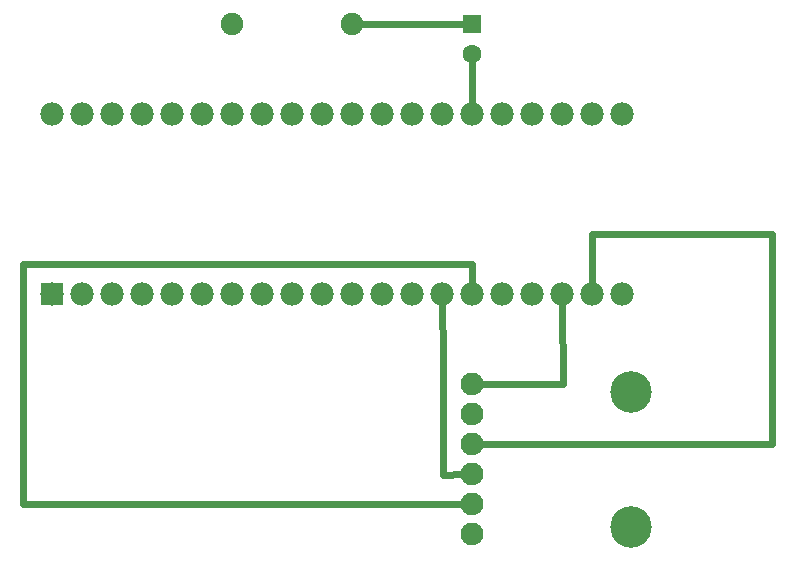
<source format=gbl>
G04 MADE WITH FRITZING*
G04 WWW.FRITZING.ORG*
G04 DOUBLE SIDED*
G04 HOLES PLATED*
G04 CONTOUR ON CENTER OF CONTOUR VECTOR*
%ASAXBY*%
%FSLAX23Y23*%
%MOIN*%
%OFA0B0*%
%SFA1.0B1.0*%
%ADD10C,0.076000*%
%ADD11C,0.138425*%
%ADD12C,0.078000*%
%ADD13C,0.075000*%
%ADD14C,0.062992*%
%ADD15R,0.075000X0.075000*%
%ADD16R,0.062992X0.062992*%
%ADD17C,0.024000*%
%LNCOPPER0*%
G90*
G70*
G54D10*
X1928Y279D03*
X1928Y379D03*
X1928Y479D03*
X1928Y579D03*
X1928Y679D03*
X1928Y779D03*
G54D11*
X2458Y754D03*
X2458Y304D03*
G54D12*
X528Y1080D03*
X528Y1679D03*
X628Y1080D03*
X628Y1679D03*
X728Y1080D03*
X728Y1679D03*
X828Y1080D03*
X828Y1679D03*
X928Y1080D03*
X928Y1679D03*
X1028Y1080D03*
X1028Y1679D03*
X1128Y1080D03*
X1128Y1679D03*
X1228Y1080D03*
X1228Y1679D03*
X1328Y1080D03*
X1328Y1679D03*
X1428Y1080D03*
X1428Y1679D03*
X1528Y1080D03*
X1528Y1679D03*
X1628Y1080D03*
X1628Y1679D03*
X1728Y1080D03*
X1728Y1679D03*
X1828Y1080D03*
X1828Y1679D03*
X1928Y1080D03*
X1928Y1679D03*
X2028Y1080D03*
X2028Y1679D03*
X2128Y1080D03*
X2128Y1679D03*
X2228Y1080D03*
X2228Y1679D03*
X2328Y1080D03*
X2328Y1679D03*
X2428Y1080D03*
X2428Y1679D03*
G54D13*
X1528Y1979D03*
X1128Y1979D03*
G54D14*
X1928Y1979D03*
X1928Y1881D03*
G54D15*
X528Y1080D03*
G54D16*
X1928Y1979D03*
G54D17*
X1829Y878D02*
X1829Y779D01*
D02*
X1829Y779D02*
X1829Y478D01*
D02*
X1828Y1050D02*
X1829Y878D01*
D02*
X1829Y478D02*
X1898Y479D01*
D02*
X1928Y1110D02*
X1928Y1179D01*
D02*
X1928Y1179D02*
X429Y1179D01*
D02*
X429Y1179D02*
X429Y379D01*
D02*
X429Y379D02*
X1429Y379D01*
D02*
X1429Y379D02*
X1898Y379D01*
D02*
X1928Y1854D02*
X1928Y1709D01*
D02*
X1729Y1980D02*
X1901Y1979D01*
D02*
X1557Y1979D02*
X1729Y1980D01*
D02*
X2328Y1080D02*
X2321Y1109D01*
D02*
X2229Y779D02*
X2228Y1050D01*
D02*
X1959Y779D02*
X2229Y779D01*
D02*
X2328Y1279D02*
X2328Y1110D01*
D02*
X2927Y1279D02*
X2328Y1279D01*
D02*
X2927Y580D02*
X2927Y1279D01*
D02*
X1959Y579D02*
X2927Y580D01*
G04 End of Copper0*
M02*
</source>
